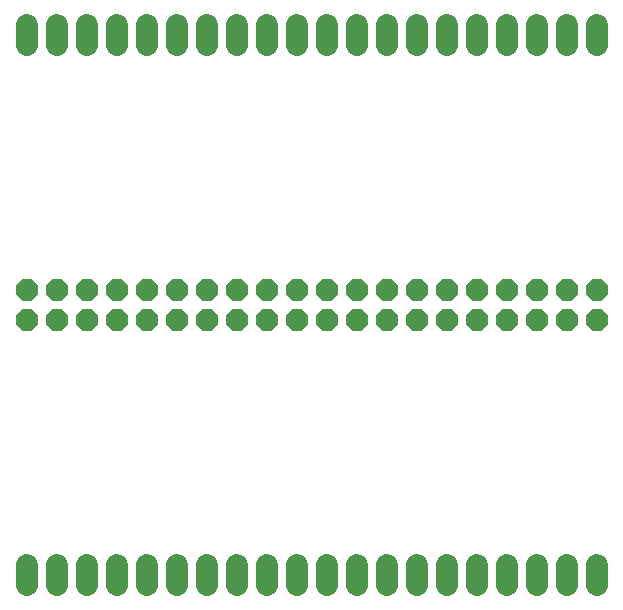
<source format=gbr>
G04 EAGLE Gerber X2 export*
%TF.Part,Single*%
%TF.FileFunction,Soldermask,Bot,1*%
%TF.FilePolarity,Negative*%
%TF.GenerationSoftware,Autodesk,EAGLE,9.0.0*%
%TF.CreationDate,2018-04-25T19:38:23Z*%
G75*
%MOMM*%
%FSLAX34Y34*%
%LPD*%
%AMOC8*
5,1,8,0,0,1.08239X$1,22.5*%
G01*
%ADD10P,1.979475X8X22.500000*%
%ADD11C,1.828800*%


D10*
X241300Y368300D03*
X241300Y393700D03*
X266700Y368300D03*
X266700Y393700D03*
X292100Y368300D03*
X292100Y393700D03*
X317500Y368300D03*
X317500Y393700D03*
X342900Y368300D03*
X342900Y393700D03*
X368300Y368300D03*
X368300Y393700D03*
X393700Y368300D03*
X393700Y393700D03*
X419100Y368300D03*
X419100Y393700D03*
X444500Y368300D03*
X444500Y393700D03*
X469900Y368300D03*
X469900Y393700D03*
X495300Y368300D03*
X495300Y393700D03*
X520700Y368300D03*
X520700Y393700D03*
X546100Y368300D03*
X546100Y393700D03*
X571500Y368300D03*
X571500Y393700D03*
X596900Y368300D03*
X596900Y393700D03*
X622300Y368300D03*
X622300Y393700D03*
X647700Y368300D03*
X647700Y393700D03*
X673100Y368300D03*
X673100Y393700D03*
X698500Y368300D03*
X698500Y393700D03*
X723900Y368300D03*
X723900Y393700D03*
D11*
X241300Y160528D02*
X241300Y144272D01*
X266700Y144272D02*
X266700Y160528D01*
X292100Y160528D02*
X292100Y144272D01*
X317500Y144272D02*
X317500Y160528D01*
X342900Y160528D02*
X342900Y144272D01*
X368300Y144272D02*
X368300Y160528D01*
X393700Y160528D02*
X393700Y144272D01*
X419100Y144272D02*
X419100Y160528D01*
X444500Y160528D02*
X444500Y144272D01*
X469900Y144272D02*
X469900Y160528D01*
X495300Y160528D02*
X495300Y144272D01*
X520700Y144272D02*
X520700Y160528D01*
X546100Y160528D02*
X546100Y144272D01*
X571500Y144272D02*
X571500Y160528D01*
X596900Y160528D02*
X596900Y144272D01*
X622300Y144272D02*
X622300Y160528D01*
X647700Y160528D02*
X647700Y144272D01*
X673100Y144272D02*
X673100Y160528D01*
X698500Y160528D02*
X698500Y144272D01*
X723900Y144272D02*
X723900Y160528D01*
X241300Y601472D02*
X241300Y617728D01*
X266700Y617728D02*
X266700Y601472D01*
X292100Y601472D02*
X292100Y617728D01*
X317500Y617728D02*
X317500Y601472D01*
X342900Y601472D02*
X342900Y617728D01*
X368300Y617728D02*
X368300Y601472D01*
X393700Y601472D02*
X393700Y617728D01*
X419100Y617728D02*
X419100Y601472D01*
X444500Y601472D02*
X444500Y617728D01*
X469900Y617728D02*
X469900Y601472D01*
X495300Y601472D02*
X495300Y617728D01*
X520700Y617728D02*
X520700Y601472D01*
X546100Y601472D02*
X546100Y617728D01*
X571500Y617728D02*
X571500Y601472D01*
X596900Y601472D02*
X596900Y617728D01*
X622300Y617728D02*
X622300Y601472D01*
X647700Y601472D02*
X647700Y617728D01*
X673100Y617728D02*
X673100Y601472D01*
X698500Y601472D02*
X698500Y617728D01*
X723900Y617728D02*
X723900Y601472D01*
M02*

</source>
